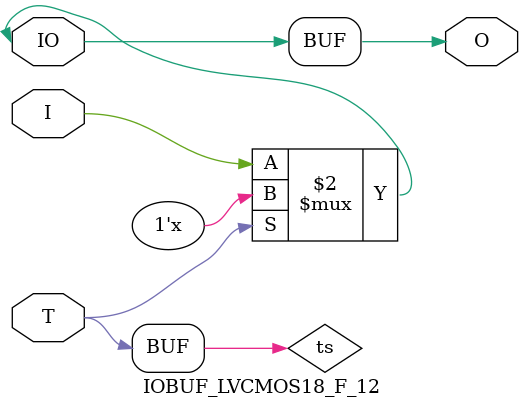
<source format=v>

/*

FUNCTION	: INPUT TRI-STATE OUTPUT BUFFER

*/

`celldefine
`timescale  100 ps / 10 ps

module IOBUF_LVCMOS18_F_12 (O, IO, I, T);

    output O;

    inout  IO;

    input  I, T;

    or O1 (ts, 1'b0, T);
    bufif0 T1 (IO, I, ts);

    buf B1 (O, IO);

endmodule

</source>
